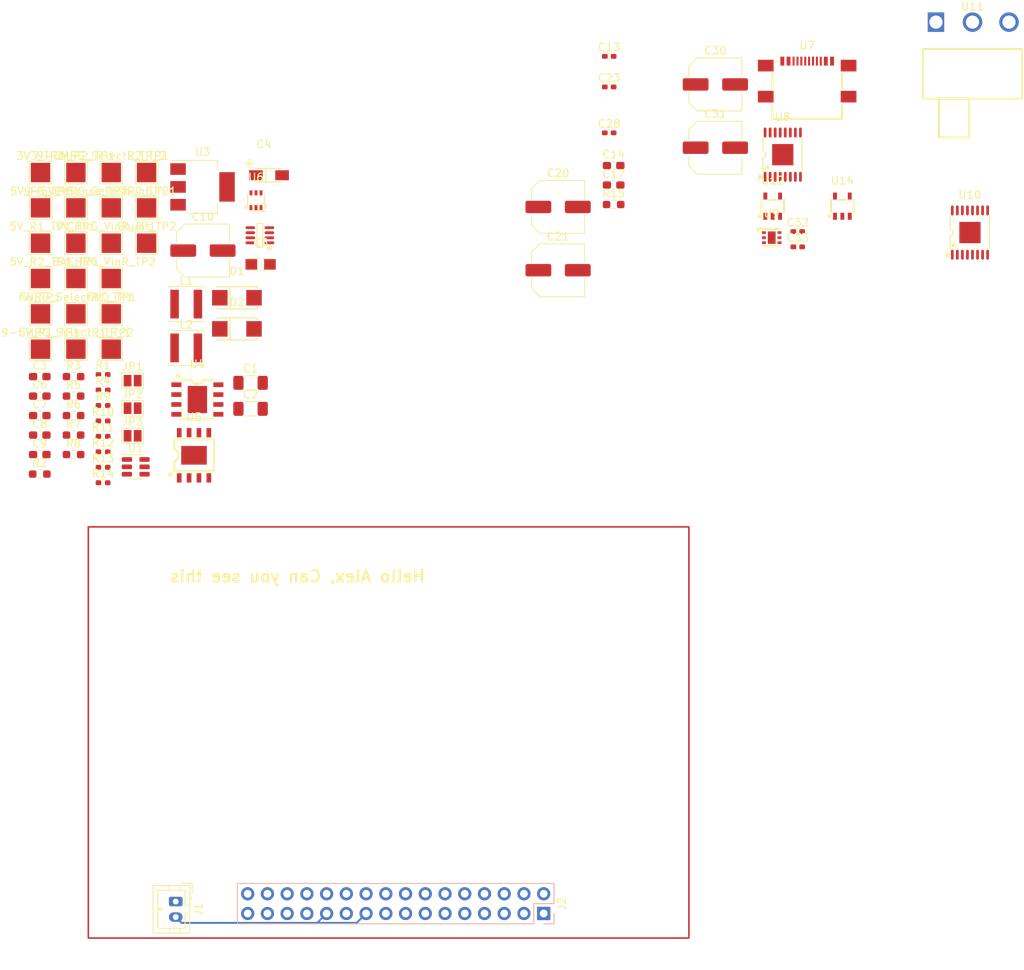
<source format=kicad_pcb>
(kicad_pcb (version 20221018) (generator pcbnew)
  (layers (0 "F.Cu" signal) (31 "B.Cu" signal) (34 "B.Paste" user) (35 "F.Paste" user) (36 "B.SilkS" user "B.Silkscreen") (37 "F.SilkS" user "F.Silkscreen") (38 "B.Mask" user) (39 "F.Mask" user) (44 "Edge.Cuts" user))
  (net 0 "")
  (net 1 "+3V3")
  (net 2 "Net-(U1-FB)")
  (net 3 "+5V")
  (net 4 "GND")
  (net 5 "/Battey_Charger_VDD")
  (net 6 "Net-(U4-VSENSE)")
  (net 7 "+9V")
  (net 8 "/Battery")
  (net 9 "/Battery_Out_After_Switch")
  (net 10 "Net-(C7-Pad1)")
  (net 11 "Net-(U4-BOOT)")
  (net 12 "/PH_Pin")
  (net 13 "/Battery_Out_Before_Switch")
  (net 14 "Net-(U6-NC)")
  (net 15 "Net-(U6-NO)")
  (net 16 "Net-(D1-A)")
  (net 17 "/Battery_In")
  (net 20 "/Fast_Charge_CTRL")
  (net 22 "/I2C1_SCL")
  (net 23 "/I2C1_SDA")
  (net 24 "Net-(JP1-B)")
  (net 25 "Net-(JP2-A)")
  (net 26 "Net-(R2-Pad2)")
  (net 27 "Net-(R10-Pad1)")
  (net 28 "Net-(R12-Pad2)")
  (net 33 "Net-(U5-PROG)")
  (net 34 "/EXT_LOAD1_OUT")
  (net 35 "/EXT_LOAD2_OUT")
  (net 36 "Net-(C20-Pad2)")
  (net 37 "Net-(U9-VSET)")
  (net 38 "Net-(C30-Pad2)")
  (net 39 "/BOUT2 (U1)")
  (net 40 "/BOUT1 (U1)")
  (net 41 "/BOUT1 (U2)")
  (net 42 "/BIN1 (U1)")
  (net 43 "/BOUT2 (U2)")
  (net 44 "/BIN2 (U1)")
  (net 45 "/CTRL_EXT_LOAD2")
  (net 46 "/BIN1 (U2)")
  (net 47 "/BIN2 (U2)")
  (net 48 "/AIN1 (U2)")
  (net 49 "/CTRL_EXT_LOAD1")
  (net 50 "/AIN2 (U2)")
  (net 51 "/AOUT1 (U2)")
  (net 52 "/AIN1 (U1)")
  (net 53 "/AOUT2 (U2)")
  (net 54 "/AIN2 (U1)")
  (net 55 "/AOUT2 (U1)")
  (net 56 "/AOUT1 (U1)")
  (net 58 "/CC1")
  (net 59 "/DN1")
  (net 60 "/DP2")
  (net 61 "/DN2")
  (net 62 "/DP1")
  (net 64 "/CC2")
  (net 66 "Net-(U8-VINT)")
  (net 67 "Net-(U8-VCP)")
  (net 68 "/DP1{slash}DP2")
  (net 69 "/DN1{slash}DN2")
  (net 71 "Net-(U10-VINT)")
  (net 72 "Net-(U10-VCP)")
  (footprint "Capacitor_SMD:C_Elec_6.3x7.7" (layer "F.Cu") (at 180.706003 51.17505)
    (fp_text reference "C31" (at 0 -4.35) (layer "F.SilkS"))
    (fp_text value "220uF")
    (pad "1" smd roundrect (at -2.5375 0) (size 3.325 1.6) (layers "F.Cu" "F.Paste" "F.Mask") (roundrect_rratio 0.15625) (net 38 "Net-(C30-Pad2)"))
    (pad "2" smd roundrect (at 2.5375 0) (size 3.325 1.6) (layers "F.Cu" "F.Paste" "F.Mask") (roundrect_rratio 0.15625) (net 4 "GND"))
  )
  (footprint "TestPoint:TestPoint_Pad_2.5x2.5mm" (layer "F.Cu") (at 93.85 63.47)
    (fp_text reference "5V_R1_TP1" (at 0 -2.148) (layer "F.SilkS"))
    (fp_text value "~")
    (pad "1" smd rect (at 0 0) (size 2.5 2.5) (layers "F.Cu" "F.Mask") (net 3 "+5V"))
  )
  (footprint "Connector_JST:JST_PH_B2B-PH-K_1x02_P2.00mm_Vertical" (layer "F.Cu") (at 111.25 148.25 -90)
    (fp_text reference "J1" (at 1 -2.9 90) (layer "F.SilkS"))
    (fp_text value "Conn_01x02")
    (pad "1" thru_hole roundrect (at 0 0 270) (size 1.2 1.75) (drill 0.75) (layers "*.Cu" "*.Mask") (roundrect_rratio 0.208333) (net 17 "/Battery_In"))
    (pad "2" thru_hole oval (at 2 0 270) (size 1.2 1.75) (drill 0.75) (layers "*.Cu" "*.Mask") (net 4 "GND"))
  )
  (footprint "JLCPCB:ESOP-8_L4.9-W3.9-P1.27-LS6.0-TL-EP" (layer "F.Cu") (at 114.034982 83.602152)
    (fp_text reference "U4" (at 0 -4.550038) (layer "F.SilkS"))
    (fp_text value "TPS5430DDAR")
    (pad "1" smd rect (at -2.699898 -1.905004) (size 1.3 0.6) (layers "F.Cu" "F.Paste" "F.Mask") (net 11 "Net-(U4-BOOT)"))
    (pad "2" smd rect (at -2.699898 -0.635001) (size 1.3 0.6) (layers "F.Cu" "F.Paste" "F.Mask"))
    (pad "3" smd rect (at -2.699898 0.635001) (size 1.3 0.6) (layers "F.Cu" "F.Paste" "F.Mask"))
    (pad "4" smd rect (at -2.699898 1.905004) (size 1.3 0.6) (layers "F.Cu" "F.Paste" "F.Mask") (net 6 "Net-(U4-VSENSE)"))
    (pad "5" smd rect (at 2.699898 1.905004) (size 1.3 0.6) (layers "F.Cu" "F.Paste" "F.Mask"))
    (pad "6" smd rect (at 2.699898 0.635001) (size 1.3 0.6) (layers "F.Cu" "F.Paste" "F.Mask") (net 4 "GND"))
    (pad "7" smd rect (at 2.699898 -0.635001) (size 1.3 0.6) (layers "F.Cu" "F.Paste" "F.Mask") (net 7 "+9V"))
    (pad "8" smd rect (at 2.699898 -1.905004) (size 1.3 0.6) (layers "F.Cu" "F.Paste" "F.Mask") (net 12 "/PH_Pin"))
    (pad "9" smd rect (at 0.000127 0) (size 2.5 3.5) (layers "F.Cu" "F.Paste" "F.Mask") (net 4 "GND"))
  )
  (footprint "Capacitor_SMD:C_1206_3216Metric_Pad1.33x1.80mm_HandSolder" (layer "F.Cu") (at 120.88 84.8)
    (fp_text reference "C2" (at 0 -1.85) (layer "F.SilkS"))
    (fp_text value "22u")
    (pad "1" smd roundrect (at -1.5625 0) (size 1.325 1.8) (layers "F.Cu" "F.Paste" "F.Mask") (roundrect_rratio 0.188679) (net 3 "+5V"))
    (pad "2" smd roundrect (at 1.5625 0) (size 1.325 1.8) (layers "F.Cu" "F.Paste" "F.Mask") (roundrect_rratio 0.188679) (net 4 "GND"))
  )
  (footprint "TestPoint:TestPoint_Pad_2.5x2.5mm" (layer "F.Cu") (at 102.95 77.12)
    (fp_text reference "L_TP_1" (at 0 -2.148) (layer "F.SilkS"))
    (fp_text value "~")
    (pad "1" smd rect (at 0 0) (size 2.5 2.5) (layers "F.Cu" "F.Mask") (net 9 "/Battery_Out_After_Switch"))
  )
  (footprint "Package_TO_SOT_SMD:SOT-23-6" (layer "F.Cu") (at 106.1 92.27)
    (fp_text reference "U1" (at 0 -2.4) (layer "F.SilkS"))
    (fp_text value "MT3608")
    (pad "1" smd roundrect (at -1.1375 -0.95) (size 1.325 0.6) (layers "F.Cu" "F.Paste" "F.Mask") (net 16 "Net-(D1-A)"))
    (pad "2" smd roundrect (at -1.1375 0) (size 1.325 0.6) (layers "F.Cu" "F.Paste" "F.Mask") (net 4 "GND"))
    (pad "3" smd roundrect (at -1.1375 0.95) (size 1.325 0.6) (layers "F.Cu" "F.Paste" "F.Mask") (net 2 "Net-(U1-FB)"))
    (pad "4" smd roundrect (at 1.1375 0.95) (size 1.325 0.6) (layers "F.Cu" "F.Paste" "F.Mask") (net 9 "/Battery_Out_After_Switch"))
    (pad "5" smd roundrect (at 1.1375 0) (size 1.325 0.6) (layers "F.Cu" "F.Paste" "F.Mask") (net 9 "/Battery_Out_After_Switch"))
    (pad "6" smd roundrect (at 1.1375 -0.95) (size 1.325 0.6) (layers "F.Cu" "F.Paste" "F.Mask"))
  )
  (footprint "Capacitor_SMD:C_0603_1608Metric_Pad1.08x0.95mm_HandSolder" (layer "F.Cu") (at 93.75 90.69)
    (fp_text reference "C9" (at 0 -1.43) (layer "F.SilkS"))
    (fp_text value "10u")
    (pad "1" smd roundrect (at -0.8625 0) (size 1.075 0.95) (layers "F.Cu" "F.Paste" "F.Mask") (net 4 "GND"))
    (pad "2" smd roundrect (at 0.8625 0) (size 1.075 0.95) (layers "F.Cu" "F.Paste" "F.Mask") (net 13 "/Battery_Out_Before_Switch"))
  )
  (footprint "Capacitor_SMD:C_Elec_6.3x7.7" (layer "F.Cu") (at 180.706003 43.02505)
    (fp_text reference "C30" (at 0 -4.35) (layer "F.SilkS"))
    (fp_text value "220uF")
    (pad "1" smd roundrect (at -2.5375 0) (size 3.325 1.6) (layers "F.Cu" "F.Paste" "F.Mask") (roundrect_rratio 0.15625) (net 34 "/EXT_LOAD1_OUT"))
    (pad "2" smd roundrect (at 2.5375 0) (size 3.325 1.6) (layers "F.Cu" "F.Paste" "F.Mask") (roundrect_rratio 0.15625) (net 38 "Net-(C30-Pad2)"))
  )
  (footprint "TestPoint:TestPoint_Pad_2.5x2.5mm" (layer "F.Cu") (at 93.85 77.12)
    (fp_text reference "9-5V_R1_TP1" (at 0 -2.148) (layer "F.SilkS"))
    (fp_text value "9-5V R1 TP")
    (pad "1" smd rect (at 0 0) (size 2.5 2.5) (layers "F.Cu" "F.Mask") (net 5 "/Battey_Charger_VDD"))
  )
  (footprint "JLCPCB:CAP-SMD_L3.2-W1.6-RD-C7171" (layer "F.Cu") (at 123.252 54.722)
    (fp_text reference "C4" (at -0.656845 -4) (layer "F.SilkS"))
    (fp_text value "TAJA106K016RNJ")
    (pad "1" smd rect (at -1.686309 0 180) (size 1.757506 1.296012) (layers "F.Cu" "F.Paste" "F.Mask") (net 3 "+5V"))
    (pad "2" smd rect (at 1.686309 0 180) (size 1.757506 1.296012) (layers "F.Cu" "F.Paste" "F.Mask") (net 4 "GND"))
  )
  (footprint "TestPoint:TestPoint_Pad_2.5x2.5mm" (layer "F.Cu") (at 93.85 68.02)
    (fp_text reference "5V_R2_TP1" (at 0 -2.148) (layer "F.SilkS"))
    (fp_text value "5V R2 TP")
    (pad "1" smd rect (at 0 0) (size 2.5 2.5) (layers "F.Cu" "F.Mask") (net 4 "GND"))
  )
  (footprint "Capacitor_SMD:C_0402_1005Metric_Pad0.74x0.62mm_HandSolder" (layer "F.Cu") (at 191.306003 63.94505)
    (fp_text reference "C33" (at 0 -1.16) (layer "F.SilkS"))
    (fp_text value "1uF")
    (pad "1" smd roundrect (at -0.5675 0) (size 0.735 0.62) (layers "F.Cu" "F.Paste" "F.Mask") (net 4 "GND"))
    (pad "2" smd roundrect (at 0.5675 0) (size 0.735 0.62) (layers "F.Cu" "F.Paste" "F.Mask") (net 3 "+5V"))
  )
  (footprint "JLCPCB:USB-C-SMD_TYPE-C-16P-QTGM027" (layer "F.Cu") (at 192.520957 42.312331)
    (fp_text reference "U7" (at 0 -4.287275) (layer "F.SilkS"))
    (fp_text value "TYPE-C_16P_QTGM027")
    (pad "" np_thru_hole circle (at -2.890018 -1.212598) (size 0.649987 0.649987) (drill 0.649987) (layers "*.Cu" "*.Mask"))
    (pad "" np_thru_hole circle (at 2.890018 -1.212598) (size 0.649987 0.649987) (drill 0.649987) (layers "*.Cu" "*.Mask"))
    (pad "17" smd rect (at 5.329947 -1.712725) (size 2.020015 1.5) (layers "F.Cu" "F.Paste" "F.Mask") (net 4 "GND"))
    (pad "18" smd rect (at 5.329947 2.287275) (size 2.020015 1.5) (layers "F.Cu" "F.Paste" "F.Mask") (net 4 "GND"))
    (pad "19" smd rect (at -5.329947 2.287275) (size 2.020015 1.5) (layers "F.Cu" "F.Paste" "F.Mask") (net 4 "GND"))
    (pad "20" smd rect (at -5.329947 -1.712725) (size 2.020015 1.5) (layers "F.Cu" "F.Paste" "F.Mask") (net 4 "GND"))
    (pad "A1" smd rect (at -3.199898 -2.287275) (size 0.5 1.150013) (layers "F.Cu" "F.Paste" "F.Mask") (net 4 "GND"))
    (pad "A4" smd rect (at -2.400051 -2.287275) (size 0.5 1.150013) (layers "F.Cu" "F.Paste" "F.Mask") (net 7 "+9V"))
    (pad "A5" smd rect (at -1.249936 -2.287275) (size 0.259995 1.150013) (layers "F.Cu" "F.Paste" "F.Mask") (net 58 "/CC1"))
    (pad "A6" smd rect (at -0.249936 -2.287275) (size 0.259995 1.150013) (layers "F.Cu" "F.Paste" "F.Mask") (net 60 "/DP2"))
    (pad "A7" smd rect (at 0.249936 -2.287275) (size 0.259995 1.150013) (layers "F.Cu" "F.Paste" "F.Mask") (net 61 "/DN2"))
    (pad "A8" smd rect (at 1.249682 -2.287275) (size 0.259995 1.150013) (layers "F.Cu" "F.Paste" "F.Mask"))
    (pad "A9" smd rect (at 2.400051 -2.287275) (size 0.5 1.150013) (layers "F.Cu" "F.Paste" "F.Mask") (net 7 "+9V"))
    (pad "A12" smd rect (at 3.200152 -2.287275) (size 0.5 1.150013) (layers "F.Cu" "F.Paste" "F.Mask") (net 4 "GND"))
    (pad "B5" smd rect (at 1.750064 -2.287275) (size 0.259995 1.150013) (layers "F.Cu" "F.Paste" "F.Mask") (net 64 "/CC2"))
    (pad "B6" smd rect (at 0.750064 -2.287275) (size 0.259995 1.150013) (layers "F.Cu" "F.Paste" "F.Mask") (net 62 "/DP1"))
    (pad "B7" smd rect (at -0.750064 -2.287275) (size 0.259995 1.150013) (layers "F.Cu" "F.Paste" "F.Mask") (net 59 "/DN1"))
    (pad "B8" smd rect (at -1.750064 -2.287275) (size 0.259995 1.150013) (layers "F.Cu" "F.Paste" "F.Mask"))
  )
  (footprint "Resistor_SMD:R_0603_1608Metric_Pad0.98x0.95mm_HandSolder" (layer "F.Cu") (at 98.1 83.16)
    (fp_text reference "R5" (at 0 -1.43) (layer "F.SilkS"))
    (fp_text value "0R")
    (pad "1" smd roundrect (at -0.9125 0) (size 0.975 0.95) (layers "F.Cu" "F.Paste" "F.Mask") (net 17 "/Battery_In"))
    (pad "2" smd roundrect (at 0.9125 0) (size 0.975 0.95) (layers "F.Cu" "F.Paste" "F.Mask") (net 24 "Net-(JP1-B)"))
  )
  (footprint "Resistor_SMD:R_0603_1608Metric_Pad0.98x0.95mm_HandSolder" (layer "F.Cu") (at 167.6125 58.49)
    (fp_text reference "R15" (at 0 -1.43) (layer "F.SilkS"))
    (fp_text value "75k")
    (pad "1" smd roundrect (at -0.9125 0) (size 0.975 0.95) (layers "F.Cu" "F.Paste" "F.Mask") (net 37 "Net-(U9-VSET)"))
    (pad "2" smd roundrect (at 0.9125 0) (size 0.975 0.95) (layers "F.Cu" "F.Paste" "F.Mask") (net 4 "GND"))
  )
  (footprint "Resistor_SMD:R_0402_1005Metric_Pad0.72x0.64mm_HandSolder" (layer "F.Cu") (at 101.9 86.36)
    (fp_text reference "R10" (at 0 -1.17) (layer "F.SilkS"))
    (fp_text value "2.2k")
    (pad "1" smd roundrect (at -0.5975 0) (size 0.715 0.64) (layers "F.Cu" "F.Paste" "F.Mask") (net 27 "Net-(R10-Pad1)"))
    (pad "2" smd roundrect (at 0.5975 0) (size 0.715 0.64) (layers "F.Cu" "F.Paste" "F.Mask") (net 4 "GND"))
  )
  (footprint "Capacitor_SMD:C_Elec_6.3x7.7" (layer "F.Cu") (at 160.4625 58.8)
    (fp_text reference "C20" (at 0 -4.35) (layer "F.SilkS"))
    (fp_text value "220uF")
    (pad "1" smd roundrect (at -2.5375 0) (size 3.325 1.6) (layers "F.Cu" "F.Paste" "F.Mask") (roundrect_rratio 0.15625) (net 35 "/EXT_LOAD2_OUT"))
    (pad "2" smd roundrect (at 2.5375 0) (size 3.325 1.6) (layers "F.Cu" "F.Paste" "F.Mask") (roundrect_rratio 0.15625) (net 36 "Net-(C20-Pad2)"))
  )
  (footprint "Inductor_SMD:L_Changjiang_FNR4030S" (layer "F.Cu") (at 112.6 71.315)
    (fp_text reference "L1" (at 0 -3) (layer "F.SilkS"))
    (fp_text value "10u")
    (pad "1" smd rect (at -1.5 0) (size 1.1 3.7) (layers "F.Cu" "F.Paste" "F.Mask") (net 9 "/Battery_Out_After_Switch"))
    (pad "2" smd rect (at 1.5 0) (size 1.1 3.7) (layers "F.Cu" "F.Paste" "F.Mask") (net 16 "Net-(D1-A)"))
  )
  (footprint "Capacitor_SMD:C_0603_1608Metric_Pad1.08x0.95mm_HandSolder" (layer "F.Cu") (at 167.6125 55.98)
    (fp_text reference "C17" (at 0 -1.43) (layer "F.SilkS"))
    (fp_text value "10uF")
    (pad "1" smd roundrect (at -0.8625 0) (size 1.075 0.95) (layers "F.Cu" "F.Paste" "F.Mask") (net 9 "/Battery_Out_After_Switch"))
    (pad "2" smd roundrect (at 0.8625 0) (size 1.075 0.95) (layers "F.Cu" "F.Paste" "F.Mask") (net 4 "GND"))
  )
  (footprint "Capacitor_SMD:C_0603_1608Metric_Pad1.08x0.95mm_HandSolder" (layer "F.Cu") (at 167.6125 53.47)
    (fp_text reference "C14" (at 0 -1.43) (layer "F.SilkS"))
    (fp_text value "10uF")
    (pad "1" smd roundrect (at -0.8625 0) (size 1.075 0.95) (layers "F.Cu" "F.Paste" "F.Mask") (net 9 "/Battery_Out_After_Switch"))
    (pad "2" smd roundrect (at 0.8625 0) (size 1.075 0.95) (layers "F.Cu" "F.Paste" "F.Mask") (net 4 "GND"))
  )
  (footprint "Resistor_SMD:R_0603_1608Metric_Pad0.98x0.95mm_HandSolder" (layer "F.Cu") (at 98.1 80.65)
    (fp_text reference "R3" (at 0 -1.43) (layer "F.SilkS"))
    (fp_text value "22k")
    (pad "1" smd roundrect (at -0.9125 0) (size 0.975 0.95) (layers "F.Cu" "F.Paste" "F.Mask") (net 26 "Net-(R2-Pad2)"))
    (pad "2" smd roundrect (at 0.9125 0) (size 0.975 0.95) (layers "F.Cu" "F.Paste" "F.Mask") (net 2 "Net-(U1-FB)"))
  )
  (footprint "TestPoint:TestPoint_Pad_2.5x2.5mm" (layer "F.Cu") (at 102.95 54.37)
    (fp_text reference "CHRG_SelectR2_TP1" (at 0 -2.148) (layer "F.SilkS"))
    (fp_text value "TestPoint")
    (pad "1" smd rect (at 0 0) (size 2.5 2.5) (layers "F.Cu" "F.Mask") (net 15 "Net-(U6-NO)"))
  )
  (footprint "JLCPCB:TSSOP-16_L5.0-W4.4-P0.65-LS6.4-BL-EP" (layer "F.Cu") (at 189.380026 52.070063)
    (fp_text reference "U8" (at -0.020003 -4.850013) (layer "F.SilkS"))
    (fp_text value "DRV8833PWP")
    (pad "1" smd oval (at -2.275083 2.850013) (size 0.350013 1.3) (layers "F.Cu" "F.Paste" "F.Mask") (net 1 "+3V3"))
    (pad "2" smd oval (at -1.625095 2.850013) (size 0.350013 1.3) (layers "F.Cu" "F.Paste" "F.Mask") (net 56 "/AOUT1 (U1)"))
    (pad "3" smd oval (at -0.975108 2.850013) (size 0.350013 1.3) (layers "F.Cu" "F.Paste" "F.Mask") (net 4 "GND"))
    (pad "4" smd oval (at -0.324867 2.850013) (size 0.350013 1.3) (layers "F.Cu" "F.Paste" "F.Mask") (net 55 "/AOUT2 (U1)"))
    (pad "5" smd oval (at 0.325121 2.850013) (size 0.350013 1.3) (layers "F.Cu" "F.Paste" "F.Mask") (net 39 "/BOUT2 (U1)"))
    (pad "6" smd oval (at 0.975108 2.850013) (size 0.350013 1.3) (layers "F.Cu" "F.Paste" "F.Mask") (net 4 "GND"))
    (pad "7" smd oval (at 1.625095 2.850013) (size 0.350013 1.3) (layers "F.Cu" "F.Paste" "F.Mask") (net 40 "/BOUT1 (U1)"))
    (pad "8" smd oval (at 2.275083 2.850013) (size 0.350013 1.3) (layers "F.Cu" "F.Paste" "F.Mask"))
    (pad "9" smd oval (at 2.275083 -2.850013) (size 0.350013 1.3) (layers "F.Cu" "F.Paste" "F.Mask") (net 42 "/BIN1 (U1)"))
    (pad "10" smd oval (at 1.625095 -2.850013) (size 0.350013 1.3) (layers "F.Cu" "F.Paste" "F.Mask") (net 44 "/BIN2 (U1)"))
    (pad "11" smd oval (at 0.975108 -2.850013) (size 0.350013 1.3) (layers "F.Cu" "F.Paste" "F.Mask") (net 67 "Net-(U8-VCP)"))
    (pad "12" smd oval (at 0.325121 -2.850013) (size 0.350013 1.3) (layers "F.Cu" "F.Paste" "F.Mask") (net 9 "/Battery_Out_After_Switch"))
    (pad "13" smd oval (at -0.324867 -2.850013) (size 0.350013 1.3) (layers "F.Cu" "F.Paste" "F.Mask") (net 4 "GND"))
    (pad "14" smd oval (at -0.975108 -2.850013) (size 0.350013 1.3) (layers "F.Cu" "F.Paste" "F.Mask") (net 66 "Net-(U8-VINT)"))
    (pad "15" smd oval (at -1.625095 -2.850013) (size 0.350013 1.3) (layers "F.Cu" "F.Paste" "F.Mask") (net 54 "/AIN2 (U1)"))
    (pad "16" smd oval (at -2.275083 -2.850013) (size 0.350013 1.3) (layers "F.Cu" "F.Paste" "F.Mask") (net 52 "/AIN1 (U1)"))
    (pad "17" smd rect (at 0 0) (size 2.740005 2.740005) (layers "F.Cu" "F.Paste" "F.Mask") (net 4 "GND"))
  )
  (footprint "TestPoint:TestPoint_Pad_2.5x2.5mm" (layer "F.Cu") (at 93.85 72.57)
    (fp_text reference "5V_TP1" (at 0 -2.148) (layer "F.SilkS"))
    (fp_text value "5V TP")
    (pad "1" smd rect (at 0 0) (size 2.5 2.5) (layers "F.Cu" "F.Mask") (net 3 "+5V"))
  )
  (footprint "Capacitor_SMD:C_0603_1608Metric_Pad1.08x0.95mm_HandSolder" (layer "F.Cu") (at 93.75 85.67)
    (fp_text reference "C7" (at 0 -1.43) (layer "F.SilkS"))
    (fp_text value "10u")
    (pad "1" smd roundrect (at -0.8625 0) (size 1.075 0.95) (layers "F.Cu" "F.Paste" "F.Mask") (net 10 "Net-(C7-Pad1)"))
    (pad "2" smd roundrect (at 0.8625 0) (size 1.075 0.95) (layers "F.Cu" "F.Paste" "F.Mask") (net 5 "/Battey_Charger_VDD"))
  )
  (footprint "Resistor_SMD:R_0402_1005Metric_Pad0.72x0.64mm_HandSolder" (layer "F.Cu") (at 101.9 92.33)
    (fp_text reference "R13" (at 0 -1.17) (layer "F.SilkS"))
    (fp_text value "10k")
    (pad "1" smd roundrect (at -0.5975 0) (size 0.715 0.64) (layers "F.Cu" "F.Paste" "F.Mask") (net 5 "/Battey_Charger_VDD"))
    (pad "2" smd roundrect (at 0.5975 0) (size 0.715 0.64) (layers "F.Cu" "F.Paste" "F.Mask") (net 6 "Net-(U4-VSENSE)"))
  )
  (footprint "Resistor_SMD:R_0402_1005Metric_Pad0.72x0.64mm_HandSolder" (layer "F.Cu") (at 101.9 82.38)
    (fp_text reference "R4" (at 0 -1.17) (layer "F.SilkS"))
    (fp_text value "33k")
    (pad "1" smd roundrect (at -0.5975 0) (size 0.715 0.64) (layers "F.Cu" "F.Paste" "F.Mask") (net 2 "Net-(U1-FB)"))
    (pad "2" smd roundrect (at 0.5975 0) (size 0.715 0.64) (layers "F.Cu" "F.Paste" "F.Mask") (net 4 "GND"))
  )
  (footprint "Resistor_SMD:R_0603_1608Metric_Pad0.98x0.95mm_HandSolder" (layer "F.Cu") (at 93.75 93.2)
    (fp_text reference "R2" (at 0 -1.43) (layer "F.SilkS"))
    (fp_text value "220k")
    (pad "1" smd roundrect (at -0.9125 0) (size 0.975 0.95) (layers "F.Cu" "F.Paste" "F.Mask") (net 3 "+5V"))
    (pad "2" smd roundrect (at 0.9125 0) (size 0.975 0.95) (layers "F.Cu" "F.Paste" "F.Mask") (net 26 "Net-(R2-Pad2)"))
  )
  (footprint "TestPoint:TestPoint_Pad_2.5x2.5mm" (layer "F.Cu") (at 98.4 72.57)
    (fp_text reference "CHRG_SelectR1_TP1" (at 0 -2.148) (layer "F.SilkS"))
    (fp_text value "TestPoint")
    (pad "1" smd rect (at 0 0) (size 2.5 2.5) (layers "F.Cu" "F.Mask") (net 14 "Net-(U6-NC)"))
  )
  (footprint "JLCPCB:SOT-25_L3.0-W1.6-P0.95-LS2.8-BL" (layer "F.Cu") (at 188.086006 58.700025)
    (fp_text reference "U12" (at 0 -3.299975) (layer "F.SilkS"))
    (fp_text value "AP22814AW5-7")
    (pad "1" smd rect (at -0.949962 1.299975) (size 0.5 0.9) (layers "F.Cu" "F.Paste" "F.Mask") (net 35 "/EXT_LOAD2_OUT"))
    (pad "2" smd rect (at 0 1.299975) (size 0.5 0.9) (layers "F.Cu" "F.Paste" "F.Mask") (net 4 "GND"))
    (pad "3" smd rect (at 0.949962 1.299975) (size 0.5 0.9) (layers "F.Cu" "F.Paste" "F.Mask"))
    (pad "4" smd rect (at 0.949962 -1.299975) (size 0.5 0.9) (layers "F.Cu" "F.Paste" "F.Mask") (net 45 "/CTRL_EXT_LOAD2"))
    (pad "5" smd rect (at -0.949962 -1.299975) (size 0.5 0.9) (layers "F.Cu" "F.Paste" "F.Mask") (net 3 "+5V"))
  )
  (footprint "Jumper:SolderJumper-2_P1.3mm_Open_Pad1.0x1.5mm" (layer "F.Cu") (at 105.7 84.72)
    (fp_text reference "JP2" (at 0 -1.8) (layer "F.SilkS"))
    (fp_text value "Possible Filter Res2")
    (pad "1" smd rect (at -0.65 0) (size 1 1.5) (layers "F.Cu" "F.Mask") (net 25 "Net-(JP2-A)"))
    (pad "2" smd rect (at 0.65 0) (size 1 1.5) (layers "F.Cu" "F.Mask") (net 13 "/Battery_Out_Before_Switch"))
  )
  (footprint "TestPoint:TestPoint_Pad_2.5x2.5mm" (layer "F.Cu") (at 102.95 63.47)
    (fp_text reference "CHRG_VinR_TP1" (at 0 -2.148) (layer "F.SilkS"))
    (fp_text value "TestPoint")
    (pad "1" smd rect (at 0 0) (size 2.5 2.5) (layers "F.Cu" "F.Mask") (net 10 "Net-(C7-Pad1)"))
  )
  (footprint "Resistor_SMD:R_0402_1005Metric_Pad0.72x0.64mm_HandSolder" (layer "F.Cu") (at 101.9 90.34)
    (fp_text reference "R12" (at 0 -1.17) (layer "F.SilkS"))
    (fp_text value "1k")
    (pad "1" smd roundrect (at -0.5975 0) (size 0.715 0.64) (layers "F.Cu" "F.Paste" "F.Mask") (net 4 "GND"))
    (pad "2" smd roundrect (at 0.5975 0) (size 0.715 0.64) (layers "F.Cu" "F.Paste" "F.Mask") (net 28 "Net-(R12-Pad2)"))
  )
  (footprint "JLCPCB:CASE-A_3216" (layer "F.Cu") (at 122.174898 66.195107)
    (fp_text reference "C5" (at 0 -2.800102) (layer "F.SilkS"))
    (fp_text value "CA45-A-10V-22UF-K")
    (pad "1" smd rect (at -1.199898 0) (size 1.5 1.358903) (layers "F.Cu" "F.Paste" "F.Mask") (net 1 "+3V3"))
    (pad "2" smd rect (at 1.199898 0) (size 1.5 1.358903) (layers "F.Cu" "F.Paste" "F.Mask") (net 4 "GND"))
  )
  (footprint "JLCPCB:SOT-25_L3.0-W1.6-P0.95-LS2.8-BL" (layer "F.Cu") (at 197.050038 58.700025)
    (fp_text reference "U14" (at 0 -3.299975) (layer "F.SilkS"))
    (fp_text value "AP22814AW5-7")
    (pad "1" smd rect (at -0.949962 1.299975) (size 0.5 0.9) (layers "F.Cu" "F.Paste" "F.Mask") (net 34 "/EXT_LOAD1_OUT"))
    (pad "2" smd rect (at 0 1.299975) (size 0.5 0.9) (layers "F.Cu" "F.Paste" "F.Mask") (net 4 "GND"))
    (pad "3" smd rect (at 0.949962 1.299975) (size 0.5 0.9) (layers "F.Cu" "F.Paste" "F.Mask"))
    (pad "4" smd rect (at 0.949962 -1.299975) (size 0.5 0.9) (layers "F.Cu" "F.Paste" "F.Mask") (net 49 "/CTRL_EXT_LOAD1"))
    (pad "5" smd rect (at -0.949962 -1.299975) (size 0.5 0.9) (layers "F.Cu" "F.Paste" "F.Mask") (net 3 "+5V"))
  )
  (footprint "TestPoint:TestPoint_Pad_2.5x2.5mm" (layer "F.Cu") (at 98.4 63.47)
    (fp_text reference "9V_TP1" (at 0 -2.148) (layer "F.SilkS"))
    (fp_text value "9V TP")
    (pad "1" smd rect (at 0 0) (size 2.5 2.5) (layers "F.Cu" "F.Mask") (net 7 "+9V"))
  )
  (footprint "Capacitor_SMD:C_Elec_6.3x7.7" (layer "F.Cu") (at 160.4625 66.95)
    (fp_text reference "C21" (at 0 -4.35) (layer "F.SilkS"))
    (fp_text value "220uF")
    (pad "1" smd roundrect (at -2.5375 0) (size 3.325 1.6) (layers "F.Cu" "F.Paste" "F.Mask") (roundrect_rratio 0.15625) (net 36 "Net-(C20-Pad2)"))
    (pad "2" smd roundrect (at 2.5375 0) (size 3.325 1.6) (layers "F.Cu" "F.Paste" "F.Mask") (roundrect_rratio 0.15625) (net 4 "GND"))
  )
  (footprint "Resistor_SMD:R_0603_1608Metric_Pad0.98x0.95mm_HandSolder" (layer "F.Cu") (at 98.1 85.67)
    (fp_text reference "R6" (at 0 -1.43) (layer "F.SilkS"))
    (fp_text value "0R")
    (pad "1" smd roundrect (at -0.9125 0) (size 0.975 0.95) (layers "F.Cu" "F.Paste" "F.Mask") (net 13 "/Battery_Out_Before_Switch"))
    (pad "2" smd roundrect (at 0.9125 0) (size 0.975 0.95) (layers "F.Cu" "F.Paste" "F.Mask") (net 25 "Net-(JP2-A)"))
  )
  (footprint "Capacitor_SMD:C_Elec_6.3x7.7" (layer "F.Cu") (at 114.75 64.42)
    (fp_text reference "C10" (at 0 -4.35) (layer "F.SilkS"))
    (fp_text value "220u")
    (pad "1" smd roundrect (at -2.5375 0) (size 3.325 1.6) (layers "F.Cu" "F.Paste" "F.Mask") (roundrect_rratio 0.15625) (net 5 "/Battey_Charger_VDD"))
    (pad "2" smd roundrect (at 2.5375 0) (size 3.325 1.6) (layers "F.Cu" "F.Paste" "F.Mask") (roundrect_rratio 0.15625) (net 4 "GND"))
  )
  (footprint "TestPoint:TestPoint_Pad_2.5x2.5mm" (layer "F.Cu") (at 98.4 58.92)
    (fp_text reference "9-5V_VSense_TP1" (at 0 -2.148) (layer "F.SilkS"))
    (fp_text value "9-5V VSense TP")
    (pad "1" smd rect (at 0 0) (size 2.5 2.5) (layers "F.Cu" "F.Mask") (net 6 "Net-(U4-VSENSE)"))
  )
  (footprint "Capacitor_SMD:C_1206_3216Metric_Pad1.33x1.80mm_HandSolder" (layer "F.Cu") (at 120.88 81.45)
    (fp_text reference "C1" (at 0 -1.85) (layer "F.SilkS"))
    (fp_text value "22u")
    (pad "1" smd roundrect (at -1.5625 0) (size 1.325 1.8) (layers "F.Cu" "F.Paste" "F.Mask") (roundrect_rratio 0.188679) (net 9 "/Battery_Out_After_Switch"))
    (pad "2" smd roundrect (at 1.5625 0) (size 1.325 1.8) (layers "F.Cu" "F.Paste" "F.Mask") (roundrect_rratio 0.188679) (net 4 "GND"))
  )
  (footprint "JLCPCB:TDFN-6_L2.0-W2.0-P0.65-TL-EP" (layer "F.Cu") (at 187.956974 62.75802)
    (fp_text reference "U9" (at -0.007963 -3.1) (layer "F.SilkS"))
    (fp_text value "HUSB237-AA001-DN06R")
    (pad "1" smd rect (at -0.999924 -0.650013 90) (size 0.350013 0.5) (layers "F.Cu" "F.Paste" "F.Mask") (net 58 "/CC1"))
    (pad "2" smd rect (at -0.999924 -0.000025 90) (size 0.350013 0.5) (layers "F.Cu" "F.Paste" "F.Mask") (net 7 "+9V"))
    (pad "3" smd rect (at -0.999924 0.649962 90) (size 0.350013 0.5) (layers "F.Cu" "F.Paste" "F.Mask") (net 37 "Net-(U9-VSET)"))
    (pad "4" smd rect (at 1.000076 0.649962 90) (size 0.350013 0.5) (layers "F.Cu" "F.Paste" "F.Mask") (net 68 "/DP1{slash}DP2"))
    (pad "5" smd rect (at 1.000076 -0.000025 90) (size 0.350013 0.5) (layers "F.Cu" "F.Paste" "F.Mask") (net 69 "/DN1{slash}DN2"))
    (pad "6" smd rect (at 1.000076 -0.650013 90) (size 0.350013 0.5) (layers "F.Cu" "F.Paste" "F.Mask") (net 64 "/CC2"))
    (pad "7" smd rect (at 0.000076 -0.000025 180) (size 1 1.6) (layers "F.Cu" "F.Paste" "F.Mask") (net 4 "GND"))
  )
  (footprint "Resistor_SMD:R_0603_1608Metric_Pad0.98x0.95mm_HandSolder" (layer "F.Cu") (at 98.1 90.69)
    (fp_text reference "R8" (at 0 -1.43) (layer "F.SilkS"))
    (fp_text value "2.2R")
    (pad "1" smd roundrect (at -0.9125 0) (size 0.975 0.95) (layers "F.Cu" "F.Paste" "F.Mask") (net 10 "Net-(C7-Pad1)"))
    (pad "2" smd roundrect (at 0.9125 0) (size 0.975 0.95) (layers "F.Cu" "F.Paste" "F.Mask") (net 4 "GND"))
  )
  (footprint "JLCPCB:SOT-23-8_L3.0-W1.7-P0.65-LS2.8-BR" (layer "F.Cu") (at 122.077057 62.447413)
    (fp_text reference "U2" (at 0 -3.526213) (layer "F.SilkS"))
    (fp_text value "INA219AIDCNR")
    (pad "1" smd oval (at 1.22606 0.975108) (size 1.251994 0.364008) (layers "F.Cu" "F.Paste" "F.Mask") (net 24 "Net-(JP1-B)"))
    (pad "2" smd oval (at 1.22606 0.325121) (size 1.251994 0.364008) (layers "F.Cu" "F.Paste" "F.Mask") (net 25 "Net-(JP2-A)"))
    (pad "3" smd oval (at 1.22606 -0.324867) (size 1.251994 0.364008) (layers "F.Cu" "F.Paste" "F.Mask") (net 4 "GND"))
    (pad "4" smd oval (at 1.22606 -0.975108) (size 1.251994 0.364008) (layers "F.Cu" "F.Paste" "F.Mask") (net 1 "+3V3"))
    (pad "5" smd oval (at -1.22606 -0.975108) (size 1.251994 0.364008) (layers "F.Cu" "F.Paste" "F.Mask") (net 22 "/I2C1_SCL"))
    (pad "6" smd oval (at -1.22606 -0.324867) (size 1.251994 0.364008) (layers "F.Cu" "F.Paste" "F.Mask") (net 23 "/I2C1_SDA"))
    (pad "7" smd oval (at -1.22606 0.325121) (size 1.251994 0.364008) (layers "F.Cu" "F.Paste" "F.Mask") (net 4 "GND"))
    (pad "8" smd oval (at -1.22606 0.975108) (size 1.251994 0.364008) (layers "F.Cu" "F.Paste" "F.Mask") (net 1 "+3V3"))
  )
  (footprint "TestPoint:TestPoint_Pad_2.5x2.5mm" (layer "F.Cu") (at 107.5 58.92)
    (fp_text reference "Shunt_TP1" (at 0 -2.148) (layer "F.SilkS"))
    (fp_text value "TestPoint")
    (pad "1" smd rect (at 0 0) (size 2.5 2.5) (layers "F.Cu" "F.Mask") (net 17 "/Battery_In"))
  )
  (footprint "JLCPCB:SC-70-6_L2.0-W1.3-P0.65-LS2.1-BL-1" (layer "F.Cu") (at 121.577452 57.939968)
    (fp_text reference "U6" (at 0 -2.949962) (layer "F.SilkS"))
    (fp_text value "TS5A3159DCKR")
    (pad "1" smd rect (at -0.649987 0.949962) (size 0.364008 0.650013) (layers "F.Cu" "F.Paste" "F.Mask") (net 15 "Net-(U6-NO)"))
    (pad "2" smd rect (at 0 0.949962) (size 0.364008 0.650013) (layers "F.Cu" "F.Paste" "F.Mask") (net 4 "GND"))
    (pad "3" smd rect (at 0.649987 0.949962) (size 0.364008 0.650013) (layers "F.Cu" "F.Paste" "F.Mask") (net 14 "Net-(U6-NC)"))
    (pad "4" smd rect (at 0.649987 -0.949962) (size 0.364008 0.650013) (layers "F.Cu" "F.Paste" "F.Mask") (net 33 "Net-(U5-PROG)"))
    (pad "5" smd rect (at 0 -0.949962) (size 0.364008 0.650013) (layers "F.Cu" "F.Paste" "F.Mask") (net 3 "+5V"))
    (pad "6" smd rect (at -0.649987 -0.949962) (size 0.364008 0.650013) (layers "F.Cu" "F.Paste" "F.Mask") (net 20 "/Fast_Charge_CTRL"))
  )
  (footprint "TestPoint:TestPoint_Pad_2.5x2.5mm" (layer "F.Cu") (at 93.85 54.37)
    (fp_text reference "3V3_TP1" (at 0 -2.148) (layer "F.SilkS"))
    (fp_text value "3V3 TP")
    (pad "1" smd rect (at 0 0) (size 2.5 2.5) (layers "F.Cu" "F.Mask") (net 1 "+3V3"))
  )
  (footprint "Capacitor_SMD:C_0402_1005Metric_Pad0.74x0.62mm_HandSolder" (layer "F.Cu") (at 167.0425 49.26)
    (fp_text reference "C28" (at 0 -1.16) (layer "F.SilkS"))
    (fp_text value "1uF")
    (pad "1" smd roundrect (at -0.5675 0) (size 0.735 0.62) (layers "F.Cu" "F.Paste" "F.Mask") (net 4 "GND"))
    (pad "2" smd roundrect (at 0.5675 0) (size 0.735 0.62) (layers "F.Cu" "F.Paste" "F.Mask") (net 3 "+5V"))
  )
  (footprint "Capacitor_SMD:C_0603_1608Metric_Pad1.08x0.95mm_HandSolder" (layer "F.Cu") (at 93.75 80.65)
    (fp_text reference "C3" (at 0 -1.43) (layer "F.SilkS"))
    (fp_text value "100p")
    (pad "1" smd roundrect (at -0.8625 0) (size 1.075 0.95) (layers "F.Cu" "F.Paste" "F.Mask") (net 1 "+3V3"))
    (pad "2" smd roundrect (at 0.8625 0) (size 1.075 0.95) (layers "F.Cu" "F.Paste" "F.Mask") (net 4 "GND"))
  )
  (footprint "Resistor_SMD:R_0603_1608Metric_Pad0.98x0.95mm_HandSolder" (layer "F.Cu") (at 98.1 88.18)
    (fp_text reference "R7" (at 0 -1.43) (layer "F.SilkS"))
    (fp_text value "4.7R")
    (pad "1" smd roundrect (at -0.9125 0) (size 0.975 0.95) (layers "F.Cu" "F.Paste" "F.Mask") (net 10 "Net-(C7-Pad1)"))
    (pad "2" smd roundrect (at 0.9125 0) (size 0.975 0.95) (layers "F.Cu" "F.Paste" "F.Mask") (net 4 "GND"))
  )
  (footprint "Inductor_SMD:L_Changjiang_FNR4030S" (layer "F.Cu") (at 112.6 76.955)
    (fp_text reference "L2" (at 0 -3) (layer "F.SilkS"))
    (fp_text value "18u")
    (pad "1" smd rect (at -1.5 0) (size 1.1 3.7) (layers "F.Cu" "F.Paste" "F.Mask") (net 12 "/PH_Pin"))
    (pad "2" smd rect (at 1.5 0) (size 1.1 3.7) (layers "F.Cu" "F.Paste" "F.Mask") (net 5 "/Battey_Charger_VDD"))
  )
  (footprint "TestPoint:TestPoint_Pad_2.5x2.5mm" (layer "F.Cu") (at 98.4 77.12)
    (fp_text reference "CHRG_SelectR1_TP2" (at 0 -2.148) (layer "F.SilkS"))
    (fp_text value "TestPoint")
    (pad "1" smd rect (at 0 0) (size 2.5 2.5) (layers "F.Cu" "F.Mask") (net 4 "GND"))
  )
  (footprint "Package_TO_SOT_SMD:SOT-223-3_TabPin2" (layer "F.Cu") (at 114.7 56.22)
    (fp_text reference "U3" (at 0 -4.5) (layer "F.SilkS"))
    (fp_text value "AMS1117-3.3")
    (pad "1" smd rect (at -3.15 -2.3) (size 2 1.5) (layers "F.Cu" "F.Paste" "F.Mask") (net 4 "GND"))
    (pad "2" smd rect (at -3.15 0) (size 2 1.5) (layers "F.Cu" "F.Paste" "F.Mask") (net 1 "+3V3"))
    (pad "2" smd rect (at 3.15 0) (size 2 3.8) (layers "F.Cu" "F.Paste" "F.Mask") (net 1 "+3V3"))
    (pad "3" smd rect (at -3.15 2.3) (size 2 1.5) (layers "F.Cu" "F.Paste" "F.Mask") (net 3 "+5V"))
  )
  (footprint "TestPoint:TestPoint_Pad_2.5x2.5mm" (layer "F.Cu") (at 98.4 54.37)
    (fp_text reference "9-5V_R2_TP1" (at 0 -2.148) (layer "F.SilkS"))
    (fp_text value "9-5V R2 TP")
    (pad "1" smd rect (at 0 0) (size 2.5 2.5) (layers "F.Cu" "F.Mask") (net 4 "GND"))
  )
  (footprint "Capacitor_SMD:C_0603_1608Metric_Pad1.08x0.95mm_HandSolder" (layer "F.Cu") (at 93.75 88.18)
    (fp_text reference "C8" (at 0 -1.43) (layer "F.SilkS"))
    (fp_text value "10p")
    (pad "1" smd roundrect (at -0.8625 0) (size 1.075 0.95) (layers "F.Cu" "F.Paste" "F.Mask") (net 11 "Net-(U4-BOOT)"))
    (pad "2" smd roundrect (at 0.8625 0) (size 1.075 0.95) (layers "F.Cu" "F.Paste" "F.Mask") (net 12 "/PH_Pin"))
  )
  (footprint "Jumper:SolderJumper-2_P1.3mm_Open_Pad1.0x1.5mm" (layer "F.Cu") (at 105.7 81.17)
    (fp_text reference "JP1" (at 0 -1.8) (layer "F.SilkS"))
    (fp_text value "Possible Filter Res1")
    (pad "1" smd rect (at -0.65 0) (size 1 1.5) (layers "F.Cu" "F.Mask") (net 17 "/Battery_In"))
    (pad "2" smd rect (at 0.65 0) (size 1 1.5) (layers "F.Cu" "F.Mask") (net 24 "Net-(JP1-B)"))
  )
  (footprint "TestPoint:TestPoint_Pad_2.5x2.5mm" (layer "F.Cu") (at 102.95 58.92)
    (fp_text reference "CHRG_SelectR2_TP2" (at 0 -2.148) (layer "F.SilkS"))
    (fp_text value "TestPoint")
    (pad "1" smd rect (at 0 0) (size 2.5 2.5) (layers "F.Cu" "F.Mask") (net 4 "GND"))
  )
  (footprint "Resistor_SMD:R_0402_1005Metric_Pad0.72x0.64mm_HandSolder" (layer "F.Cu") (at 101.9 80.39)
    (fp_text reference "R1" (at 0 -1.17) (layer "F.SilkS"))
    (fp_text value "100m")
    (pad "1" smd roundrect (at -0.5975 0) (size 0.715 0.64) (layers "F.Cu" "F.Paste" "F.Mask") (net 13 "/Battery_Out_Before_Switch"))
    (pad "2" smd roundrect (at 0.5975 0) (size 0.715 0.64) (layers "F.Cu" "F.Paste" "F.Mask") (net 17 "/Battery_In"))
  )
  (footprint "Capacitor_SMD:C_0402_1005Metric_Pad0.74x0.62mm_HandSolder" (layer "F.Cu") (at 191.306003 61.97505)
    (fp_text reference "C32" (at 0 -1.16) (layer "F.SilkS"))
    (fp_text value "100nF")
    (pad "1" smd roundrect (at -0.5675 0) (size 0.735 0.62) (layers "F.Cu" "F.Paste" "F.Mask") (net 4 "GND"))
    (pad "2" smd roundrect (at 0.5675 0) (size 0.735 0.62) (layers "F.Cu" "F.Paste" "F.Mask") (net 34 "/EXT_LOAD1_OUT"))
  )
  (footprint "Resistor_SMD:R_0402_1005Metric_Pad0.72x0.64mm_HandSolder" (layer "F.Cu") (at 101.9 84.37)
    (fp_text reference "R9" (at 0 -1.17) (layer "F.SilkS"))
    (fp_text value "3.3k")
    (pad "1" smd roundrect (at -0.5975 0) (size 0.715 0.64) (layers "F.Cu" "F.Paste" "F.Mask") (net 14 "Net-(U6-NC)"))
    (pad "2" smd roundrect (at 0.5975 0) (size 0.715 0.64) (layers "F.Cu" "F.Paste" "F.Mask") (net 27 "Net-(R10-Pad1)"))
  )
  (footprint "JLCPCB:SMA_L4.3-W2.6-LS5.2-RD" (layer "F.Cu") (at 119.124898 74.502239)
    (fp_text reference "D2" (at 0.00334 -3.426213) (layer "F.SilkS"))
    (fp_text value "SS34_C8678")
    (pad "1" smd rect (at -2.199898 0 180) (size 2 2) (layers "F.Cu" "F.Paste" "F.Mask") (net 12 "/PH_Pin"))
    (pad "2" smd rect (at 2.199898 0 180) (size 2 2) (layers "F.Cu" "F.Paste" "F.Mask") (net 4 "GND"))
  )
  (footprint "Capacitor_SMD:C_0402_1005Metric_Pad0.74x0.62mm_HandSolder" (layer "F.Cu") (at 167.0425 43.35)
    (fp_text reference "C23" (at 0 -1.16) (layer "F.SilkS"))
    (fp_text value "100nF")
    (pad "1" smd roundrect (at -0.5675 0) (size 0.735 0.62) (layers "F.Cu" "F.Paste" "F.Mask") (net 4 "GND"))
    (pad "2" smd roundrect (at 0.5675 0) (size 0.735 0.62) (layers "F.Cu" "F.Paste" "F.Mask") (net 35 "/EXT_LOAD2_OUT"))
  )
  (footprint "JLCPCB:SMA_L4.3-W2.6-LS5.2-RD" (layer "F.Cu") (at 119.124898 70.497413)
    (fp_text reference "D1" (at 0.00334 -3.426213) (layer "F.SilkS"))
    (fp_text value "SS34_C8678")
    (pad "1" smd rect (at -2.199898 0 180) (size 2 2) (layers "F.Cu" "F.Paste" "F.Mask") (net 3 "+5V"))
    (pad "2" smd rect (at 2.199898 0 180) (size 2 2) (layers "F.Cu" "F.Paste" "F.Mask") (net 16 "Net-(D1-A)"))
  )
  (footprint "Resistor_SMD:R_0402_1005Metric_Pad0.72x0.64mm_HandSolder" (layer "F.Cu") (at 101.9 88.35)
    (fp_text reference "R11" (at 0 -1.17) (layer "F.SilkS"))
    (fp_text value "2k")
    (pad "1" smd roundrect (at -0.5975 0) (size 0.715 0.64) (layers "F.Cu" "F.Paste" "F.Mask") (net 15 "Net-(U6-NO)"))
    (pad "2" smd roundrect (at 0.5975 0) (size 0.715 0.64) (layers "F.Cu" "F.Paste" "F.Mask") (net 4 "GND"))
  )
  (footprint "TestPoint:TestPoint_Pad_2.5x2.5mm" (layer "F.Cu") (at 107.5 54.37)
    (fp_text reference "L_TP_2" (at 0 -2.148) (layer "F.SilkS"))
    (fp_text value "~")
    (pad "1" smd rect (at 0 0) (size 2.5 2.5) (layers "F.Cu" "F.Mask") (net 16 "Net-(D1-A)"))
  )
  (footprint "JLCPCB:ESOP-8_L4.9-W3.9-P1.27-LS6.0-BL-EP" (layer "F.Cu") (at 113.602152 90.783306)
    (fp_text reference "U5" (at 0 -4.908306) (layer "F.SilkS"))
    (fp_text value "TP4056")
    (pad "1" smd rect (at -1.905004 2.908306) (size 0.6 1.2) (layers "F.Cu" "F.Paste" "F.Mask") (net 4 "GND"))
    (pad "2" smd rect (at -0.635001 2.908306) (size 0.6 1.2) (layers "F.Cu" "F.Paste" "F.Mask") (net 33 "Net-(U5-PROG)"))
    (pad "3" smd rect (at 0.635001 2.908306) (size 0.6 1.2) (layers "F.Cu" "F.Paste" "F.Mask") (net 4 "GND"))
    (pad "4" smd rect (at 1.905004 2.908306) (size 0.6 1.2) (layers "F.Cu" "F.Paste" "F.Mask") (net 5 "/Battey_Charger_VDD"))
    (pad "5" smd rect (at 1.905004 -2.908306) (size 0.6 1.2) (layers "F.Cu" "F.Paste" "F.Mask") (net 13 "/Battery_Out_Before_Switch"))
    (pad "6" smd rect (at 0.635001 -2.908306) (size 0.6 1.2) (layers "F.Cu" "F.Paste" "F.Mask") (net 4 "GND"))
    (pad "7" smd rect (at -0.635001 -2.908306) (size 0.6 1.2) (layers "F.Cu" "F.Paste" "F.Mask") (net 4 "GND"))
    (pad "8" smd rect (at -1.905004 -2.908306) (size 0.6 1.2) (layers "F.Cu" "F.Paste" "F.Mask") (net 5 "/Battey_Charger_VDD"))
    (pad "9" smd rect (at 0 0 180) (size 3.3 2.4) (layers "F.Cu" "F.Paste" "F.Mask") (net 4 "GND"))
  )
  (footprint "TestPoint:TestPoint_Pad_2.5x2.5mm" (layer "F.Cu") (at 93.85 58.92)
    (fp_text reference "5V_FB_TP1" (at 0 -2.148) (layer "F.SilkS"))
    (fp_text value "5V FB TP")
    (pad "1" smd rect (at 0 0) (size 2.5 2.5) (layers "F.Cu" "F.Mask") (net 2 "Net-(U1-FB)"))
  )
  (footprint "TestPoint:TestPoint_Pad_2.5x2.5mm" (layer "F.Cu") (at 107.5 63.47)
    (fp_text reference "Shunt_TP2" (at 0 -2.148) (layer "F.SilkS"))
    (fp_text value "TestPoint")
    (pad "1" smd rect (at 0 0) (size 2.5 2.5) (layers "F.Cu" "F.Mask") (net 13 "/Battery_Out_Before_Switch"))
  )
  (footprint "Resistor_SMD:R_0402_1005Metric_Pad0.72x0.64mm_HandSolder" (layer "F.Cu") (at 101.9 94.32)
    (fp_text reference "R14" (at 0 -1.17) (layer "F.SilkS"))
    (fp_text value "2.2k")
    (pad "1" smd roundrect (at -0.5975 0) (size 0.715 0.64) (layers "F.Cu" "F.Paste" "F.Mask") (net 6 "Net-(U4-VSENSE)"))
    (pad "2" smd roundrect (at 0.5975 0) (size 0.715 0.64) (layers "F.Cu" "F.Paste" "F.Mask") (net 28 "Net-(R12-Pad2)"))
  )
  (footprint "Jumper:SolderJumper-2_P1.3mm_Open_Pad1.0x1.5mm" (layer "F.Cu") (at 105.7 88.27)
    (fp_text reference "JP3" (at 0 -1.8) (layer "F.SilkS"))
    (fp_text value "Possible Filter Cap ")
    (pad "1" smd rect (at -0.65 0) (size 1 1.5) (layers "F.Cu" "F.Mask") (net 25 "Net-(JP2-A)"))
    (pad "2" smd rect (at 0.65 0) (size 1 1.5) (layers "F.Cu" "F.Mask") (net 24 "Net-(JP1-B)"))
  )
  (footprint "TestPoint:TestPoint_Pad_2.5x2.5mm" (layer "F.Cu") (at 102.95 68.02)
    (fp_text reference "CHRG_VinR_TP2" (at 0 -2.148) (layer "F.SilkS"))
    (fp_text value "TestPoint")
    (pad "1" smd rect (at 0 0) (size 2.5 2.5) (layers "F.Cu" "F.Mask") (net 4 "GND"))
  )
  (footprint "JLCPCB:TSSOP-16_L5.0-W4.4-P0.65-LS6.4-BL-EP" (layer "F.Cu") (at 213.474917 62.100013)
    (fp_text reference "U10" (at -0.020003 -4.850013) (layer "F.SilkS"))
    (fp_text value "DRV8833PWP")
    (pad "1" smd oval (at -2.275083 2.850013) (size 0.350013 1.3) (layers "F.Cu" "F.Paste" "F.Mask") (net 1 "+3V3"))
    (pad "2" smd oval (at -1.625095 2.850013) (size 0.350013 1.3) (layers "F.Cu" "F.Paste" "F.Mask") (net 51 "/AOUT1 (U2)"))
    (pad "3" smd oval (at -0.975108 2.850013) (size 0.350013 1.3) (layers "F.Cu" "F.Paste" "F.Mask") (net 4 "GND"))
    (pad "4" smd oval (at -0.324867 2.850013) (size 0.350013 1.3) (layers "F.Cu" "F.Paste" "F.Mask") (net 53 "/AOUT2 (U2)"))
    (pad "5" smd oval (at 0.325121 2.850013) (size 0.350013 1.3) (layers "F.Cu" "F.Paste" "F.Mask") (net 43 "/BOUT2 (U2)"))
    (pad "6" smd oval (at 0.975108 2.850013) (size 0.350013 1.3) (layers "F.Cu" "F.Paste" "F.Mask") (net 4 "GND"))
    (pad "7" smd oval (at 1.625095 2.850013) (size 0.350013 1.3) (layers "F.Cu" "F.Paste" "F.Mask") (net 41 "/BOUT1 (U2)"))
    (pad "8" smd oval (at 2.275083 2.850013) (size 0.350013 1.3) (layers "F.Cu" "F.Paste" "F.Mask"))
    (pad "9" smd oval (at 2.275083 -2.850013) (size 0.350013 1.3) (layers "F.Cu" "F.Paste" "F.Mask") (net 46 "/BIN1 (U2)"))
    (pad "10" smd oval (at 1.625095 -2.850013) (size 0.350013 1.3) (layers "F.Cu" "F.Paste" "F.Mask") (net 47 "/BIN2 (U2)"))
    (pad "11" smd oval (at 0.975108 -2.850013) (size 0.350013 1.3) (layers "F.Cu" "F.Paste" "F.Mask") (net 72 "Net-(U10-VCP)"))
    (pad "12" smd oval (at 0.325121 -2.850013) (size 0.350013 1.3) (layers "F.Cu" "F.Paste" "F.Mask") (net 9 "/Battery_Out_After_Switch"))
    (pad "13" smd oval (at -0.324867 -2.850013) (size 0.350013 1.3) (layers "F.Cu" "F.Paste" "F.Mask") (net 4 "GND"))
    (pad "14" smd oval (at -0.975108 -2.850013) (size 0.350013 1.3) (layers "F.Cu" "F.Paste" "F.Mask") (net 71 "Net-(U10-VINT)"))
    (pad "15" smd oval (at -1.625095 -2.850013) (size 0.350013 1.3) (layers "F.Cu" "F.Paste" "F.Mask") (net 50 "/AIN2 (U2)"))
    (pad "16" smd oval (at -2.275083 -2.850013) (size 0.350013 1.3) (layers "F.Cu" "F.Paste" "F.Mask") (net 50 "/AIN2 (U2)"))
    (pad "17" smd rect (at 0 0) (size 2.740005 2.740005) (layers "F.Cu" "F.Paste" "F.Mask") (net 4 "GND"))
  )
  (footprint "Capacitor_SMD:C_0603_1608Metric_Pad1.08x0.95mm_HandSolder" (layer "F.Cu") (at 93.75 83.16)
    (fp_text reference "C6" (at 0 -1.43) (layer "F.SilkS"))
    (fp_text value "4.7u")
    (pad "1" smd roundrect (at -0.8625 0) (size 1.075 0.95) (layers "F.Cu" "F.Paste" "F.Mask") (net 4 "GND"))
    (pad "2" smd roundrect (at 0.8625 0) (size 1.075 0.95) (layers "F.Cu" "F.Paste" "F.Mask") (net 7 "+9V"))
  )
  (footprint "TestPoint:TestPoint_Pad_2.5x2.5mm" (layer "F.Cu") (at 98.4 68.02)
    (fp_text reference "BAT_TP1" (at 0 -2.148) (layer "F.SilkS"))
    (fp_text value "BAT TP")
    (pad "1" smd rect (at 0 0) (size 2.5 2.5) (layers "F.Cu" "F.Mask") (net 8 "/Battery"))
  )
  (footprint "TestPoint:TestPoint_Pad_2.5x2.5mm" (layer "F.Cu") (at 102.95 72.57)
    (fp_text reference "GND_TP1" (at 0 -2.148) (layer "F.SilkS"))
    (fp_text value "GND TP")
    (pad "1" smd rect (at 0 0) (size 2.5 2.5) (layers "F.Cu" "F.Mask") (net 4 "GND"))
  )
  (footprint "JLCPCB:SW-TH_3P-P4.70_SS-12D06-G050" (layer "F.Cu") (at 213.799975 35)
    (fp_text reference "U11" (at 0 -2) (layer "F.SilkS"))
    (fp_text value "SS-12D06-G050")
    (pad "1" thru_hole rect (at -4.700025 0) (size 2.1 2.5) (drill 1.700025) (layers "*.Cu" "*.Mask") (net 9 "/Battery_Out_After_Switch"))
    (pad "2" thru_hole circle (at 0 0) (size 2.5 2.5) (drill 1.700025) (layers "*.Cu" "*.Mask") (net 13 "/Battery_Out_Before_Switch"))
    (pad "3" thru_hole circle (at 4.700025 0) (size 2.5 2.5) (drill 1.700025) (layers "*.Cu" "*.Mask") (net 4 "GND"))
  )
  (footprint "Capacitor_SMD:C_0402_1005Metric_Pad0.74x0.62mm_HandSolder" (layer "F.Cu") (at 167.0425 39.41)
    (fp_text reference "C13" (at 0 -1.16) (layer "F.SilkS"))
    (fp_text value "1uF")
    (pad "1" smd roundrect (at -0.5675 0) (size 0.735 0.62) (layers "F.Cu" "F.Paste" "F.Mask") (net 4 "GND"))
    (pad "2" smd roundrect (at 0.5675 0) (size 0.735 0.62) (layers "F.Cu" "F.Paste" "F.Mask") (net 7 "+9V"))
  )
  (footprint "Connector_PinHeader_2.54mm:PinHeader_2x16_P2.54mm_Vertical" (layer "B.Cu") (at 158.61 149.79 90)
    (fp_text reference "J2" (at 1.27 2.33 90) (layer "F.SilkS"))
    (fp_text value "Conn_02x16_Odd_Even")
    (pad "1" thru_hole rect (at 0 0 90) (size 1.7 1.7) (drill 1) (layers "*.Cu" "*.Mask") (net 39 "/BOUT2 (U1)"))
    (pad "2" thru_hole oval (at 2.54 0 90) (size 1.7 1.7) (drill 1) (layers "*.Cu" "*.Mask") (net 40 "/BOUT1 (U1)"))
    (pad "3" thru_hole oval (at 0 -2.54 90) (size 1.7 1.7) (drill 1) (layers "*.Cu" "*.Mask") (net 41 "/BOUT1 (U2)"))
    (pad "4" thru_hole oval (at 2.54 -2.54 90) (size 1.7 1.7) (drill 1) (layers "*.Cu" "*.Mask") (net 42 "/BIN1 (U1)"))
    (pad "5" thru_hole oval (at 0 -5.08 90) (size 1.7 1.7) (drill 1) (layers "*.Cu" "*.Mask") (net 43 "/BOUT2 (U2)"))
    (pad "6" thru_hole oval (at 2.54 -5.08 90) (size 1.7 1.7) (drill 1) (layers "*.Cu" "*.Mask") (net 44 "/BIN2 (U1)"))
    (pad "7" thru_hole oval (at 0 -7.62 90) (size 1.7 1.7) (drill 1) (layers "*.Cu" "*.Mask") (net 45 "/CTRL_EXT_LOAD2"))
    (pad "8" thru_hole oval (at 2.54 -7.62 90) (size 1.7 1.7) (drill 1) (layers "*.Cu" "*.Mask") (net 46 "/BIN1 (U2)"))
    (pad "9" thru_hole oval (at 0 -10.16 90) (size 1.7 1.7) (drill 1) (layers "*.Cu" "*.Mask"))
    (pad "10" thru_hole oval (at 2.54 -10.16 90) (size 1.7 1.7) (drill 1) (layers "*.Cu" "*.Mask") (net 47 "/BIN2 (U2)"))
    (pad "11" thru_hole oval (at 0 -12.7 90) (size 1.7 1.7) (drill 1) (layers "*.Cu" "*.Mask") (net 35 "/EXT_LOAD2_OUT"))
    (pad "12" thru_hole oval (at 2.54 -12.7 90) (size 1.7 1.7) (drill 1) (layers "*.Cu" "*.Mask"))
    (pad "13" thru_hole oval (at 0 -15.24 90) (size 1.7 1.7) (drill 1) (layers "*.Cu" "*.Mask") (net 20 "/Fast_Charge_CTRL"))
    (pad "14" thru_hole oval (at 2.54 -15.24 90) (size 1.7 1.7) (drill 1) (layers "*.Cu" "*.Mask") (net 17 "/Battery_In"))
    (pad "15" thru_hole oval (at 0 -17.78 90) (size 1.7 1.7) (drill 1) (layers "*.Cu" "*.Mask"))
    (pad "16" thru_hole oval (at 2.54 -17.78 90) (size 1.7 1.7) (drill 1) (layers "*.Cu" "*.Mask") (net 22 "/I2C1_SCL"))
    (pad "17" thru_hole oval (at 0 -20.32 90) (size 1.7 1.7) (drill 1) (layers "*.Cu" "*.Mask") (net 23 "/I2C1_SDA"))
    (pad "18" thru_hole oval (at 2.54 -20.32 90) (size 1.7 1.7) (drill 1) (layers "*.Cu" "*.Mask") (net 1 "+3V3"))
    (pad "19" thru_hole oval (at 0 -22.86 90) (size 1.7 1.7) (drill 1) (layers "*.Cu" "*.Mask") (net 4 "GND"))
    (pad "20" thru_hole oval (at 2.54 -22.86 90) (size 1.7 1.7) (drill 1) (layers "*.Cu" "*.Mask") (net 3 "+5V"))
    (pad "21" thru_hole oval (at 0 -25.4 90) (size 1.7 1.7) (drill 1) (layers "*.Cu" "*.Mask") (net 34 "/EXT_LOAD1_OUT"))
    (pad "22" thru_hole oval (at 2.54 -25.4 90) (size 1.7 1.7) (drill 1) (layers "*.Cu" "*.Mask") (net 7 "+9V"))
    (pad "23" thru_hole oval (at 0 -27.94 90) (size 1.7 1.7) (drill 1) (layers "*.Cu" "*.Mask") (net 4 "GND"))
    (pad "24" thru_hole oval (at 2.54 -27.94 90) (size 1.7 1.7) (drill 1) (layers "*.Cu" "*.Mask") (net 48 "/AIN1 (U2)"))
    (pad "25" thru_hole oval (at 0 -30.48 90) (size 1.7 1.7) (drill 1) (layers "*.Cu" "*.Mask") (net 49 "/CTRL_EXT_LOAD1"))
    (pad "26" thru_hole oval (at 2.54 -30.48 90) (size 1.7 1.7) (drill 1) (layers "*.Cu" "*.Mask") (net 50 "/AIN2 (U2)"))
    (pad "27" thru_hole oval (at 0 -33.02 90) (size 1.7 1.7) (drill 1) (layers "*.Cu" "*.Mask") (net 51 "/AOUT1 (U2)"))
    (pad "28" thru_hole oval (at 2.54 -33.02 90) (size 1.7 1.7) (drill 1) (layers "*.Cu" "*.Mask") (net 52 "/AIN1 (U1)"))
    (pad "29" thru_hole oval (at 0 -35.56 90) (size 1.7 1.7) (drill 1) (layers "*.Cu" "*.Mask") (net 53 "/AOUT2 (U2)"))
    (pad "30" thru_hole oval (at 2.54 -35.56 90) (size 1.7 1.7) (drill 1) (layers "*.Cu" "*.Mask") (net 54 "/AIN2 (U1)"))
    (pad "31" thru_hole oval (at 0 -38.1 90) (size 1.7 1.7) (drill 1) (layers "*.Cu" "*.Mask") (net 55 "/AOUT2 (U1)"))
    (pad "32" thru_hole oval (at 2.54 -38.1 90) (size 1.7 1.7) (drill 1) (layers "*.Cu" "*.Mask") (net 56 "/AOUT1 (U1)"))
  )
  (gr_rect (start 100 100) (end 177.3 152.95) (stroke (width 0.2)) (fill none) (layer "F.Cu"))
  (gr_text "Hello Alex, Can you see this" (at 143.5 107.25) (layer "F.SilkS") (effects (font (size 1.5 1.5) (thickness 0.3) bold) (justify left bottom mirror)))
  (segment (start 129.46 151) (end 134.54 151) (width 0.25) (layer "B.Cu") (net 4))
  (segment (start 111.25 150.25) (end 112 151) (width 0.25) (layer "B.Cu") (net 4))
  (segment (start 134.54 151) (end 135.75 149.79) (width 0.25) (layer "B.Cu") (net 4))
  (segment (start 129.46 151) (end 130.67 149.79) (width 0.25) (layer "B.Cu") (net 4))
  (segment (start 112 151) (end 129.46 151) (width 0.25) (layer "B.Cu") (net 4))
)
</source>
